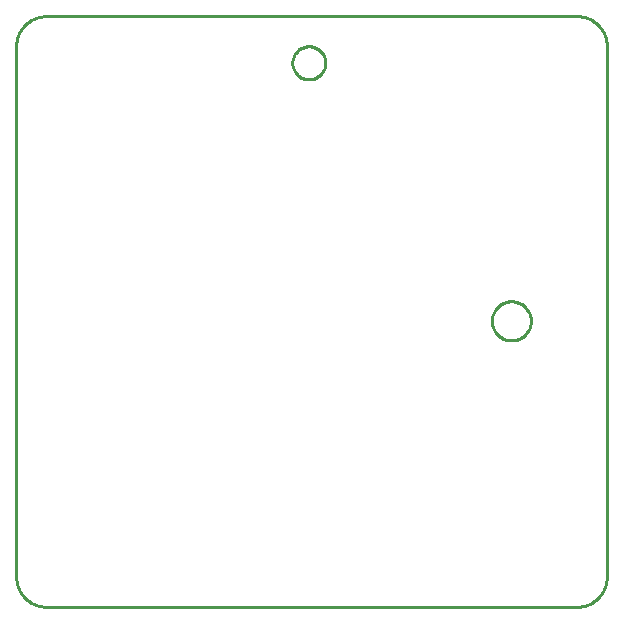
<source format=gbr>
G04 EAGLE Gerber RS-274X export*
G75*
%MOMM*%
%FSLAX34Y34*%
%LPD*%
%IN*%
%IPPOS*%
%AMOC8*
5,1,8,0,0,1.08239X$1,22.5*%
G01*
%ADD10C,0.254000*%


D10*
X0Y25400D02*
X97Y23186D01*
X386Y20989D01*
X865Y18826D01*
X1532Y16713D01*
X2380Y14666D01*
X3403Y12700D01*
X4594Y10831D01*
X5942Y9073D01*
X7440Y7440D01*
X9073Y5942D01*
X10831Y4594D01*
X12700Y3403D01*
X14666Y2380D01*
X16713Y1532D01*
X18826Y865D01*
X20989Y386D01*
X23186Y97D01*
X25400Y0D01*
X474600Y0D01*
X476814Y97D01*
X479011Y386D01*
X481174Y865D01*
X483287Y1532D01*
X485335Y2380D01*
X487300Y3403D01*
X489169Y4594D01*
X490927Y5942D01*
X492561Y7440D01*
X494058Y9073D01*
X495406Y10831D01*
X496597Y12700D01*
X497620Y14666D01*
X498468Y16713D01*
X499135Y18826D01*
X499614Y20989D01*
X499903Y23186D01*
X500000Y25400D01*
X500000Y474600D01*
X499903Y476814D01*
X499614Y479011D01*
X499135Y481174D01*
X498468Y483287D01*
X497620Y485335D01*
X496597Y487300D01*
X495406Y489169D01*
X494058Y490927D01*
X492561Y492561D01*
X490927Y494058D01*
X489169Y495406D01*
X487300Y496597D01*
X485335Y497620D01*
X483287Y498468D01*
X481174Y499135D01*
X479011Y499614D01*
X476814Y499903D01*
X474600Y500000D01*
X25400Y500000D01*
X23186Y499903D01*
X20989Y499614D01*
X18826Y499135D01*
X16713Y498468D01*
X14666Y497620D01*
X12700Y496597D01*
X10831Y495406D01*
X9073Y494058D01*
X7440Y492561D01*
X5942Y490927D01*
X4594Y489169D01*
X3403Y487300D01*
X2380Y485335D01*
X1532Y483287D01*
X865Y481174D01*
X386Y479011D01*
X97Y476814D01*
X0Y474600D01*
X0Y25400D01*
X435610Y241395D02*
X435539Y240316D01*
X435398Y239244D01*
X435187Y238184D01*
X434908Y237140D01*
X434560Y236116D01*
X434146Y235118D01*
X433668Y234148D01*
X433128Y233212D01*
X432527Y232313D01*
X431869Y231456D01*
X431157Y230643D01*
X430392Y229879D01*
X429579Y229166D01*
X428722Y228508D01*
X427823Y227907D01*
X426887Y227367D01*
X425917Y226889D01*
X424919Y226475D01*
X423895Y226127D01*
X422851Y225848D01*
X421791Y225637D01*
X420719Y225496D01*
X419640Y225425D01*
X418560Y225425D01*
X417481Y225496D01*
X416409Y225637D01*
X415349Y225848D01*
X414305Y226127D01*
X413281Y226475D01*
X412283Y226889D01*
X411313Y227367D01*
X410377Y227907D01*
X409478Y228508D01*
X408621Y229166D01*
X407808Y229879D01*
X407044Y230643D01*
X406331Y231456D01*
X405673Y232313D01*
X405072Y233212D01*
X404532Y234148D01*
X404054Y235118D01*
X403640Y236116D01*
X403292Y237140D01*
X403013Y238184D01*
X402802Y239244D01*
X402661Y240316D01*
X402590Y241395D01*
X402590Y242475D01*
X402661Y243554D01*
X402802Y244626D01*
X403013Y245686D01*
X403292Y246730D01*
X403640Y247754D01*
X404054Y248752D01*
X404532Y249722D01*
X405072Y250658D01*
X405673Y251557D01*
X406331Y252414D01*
X407044Y253227D01*
X407808Y253992D01*
X408621Y254704D01*
X409478Y255362D01*
X410377Y255963D01*
X411313Y256503D01*
X412283Y256981D01*
X413281Y257395D01*
X414305Y257743D01*
X415349Y258022D01*
X416409Y258233D01*
X417481Y258374D01*
X418560Y258445D01*
X419640Y258445D01*
X420719Y258374D01*
X421791Y258233D01*
X422851Y258022D01*
X423895Y257743D01*
X424919Y257395D01*
X425917Y256981D01*
X426887Y256503D01*
X427823Y255963D01*
X428722Y255362D01*
X429579Y254704D01*
X430392Y253992D01*
X431157Y253227D01*
X431869Y252414D01*
X432527Y251557D01*
X433128Y250658D01*
X433668Y249722D01*
X434146Y248752D01*
X434560Y247754D01*
X434908Y246730D01*
X435187Y245686D01*
X435398Y244626D01*
X435539Y243554D01*
X435610Y242475D01*
X435610Y241395D01*
X261650Y459875D02*
X261579Y458878D01*
X261436Y457888D01*
X261224Y456911D01*
X260942Y455951D01*
X260593Y455014D01*
X260177Y454104D01*
X259698Y453227D01*
X259157Y452385D01*
X258558Y451585D01*
X257903Y450829D01*
X257196Y450122D01*
X256440Y449467D01*
X255640Y448868D01*
X254798Y448327D01*
X253921Y447848D01*
X253011Y447432D01*
X252074Y447083D01*
X251115Y446801D01*
X250137Y446589D01*
X249148Y446446D01*
X248150Y446375D01*
X247150Y446375D01*
X246153Y446446D01*
X245163Y446589D01*
X244186Y446801D01*
X243226Y447083D01*
X242289Y447432D01*
X241379Y447848D01*
X240502Y448327D01*
X239660Y448868D01*
X238860Y449467D01*
X238104Y450122D01*
X237397Y450829D01*
X236742Y451585D01*
X236143Y452385D01*
X235602Y453227D01*
X235123Y454104D01*
X234707Y455014D01*
X234358Y455951D01*
X234076Y456911D01*
X233864Y457888D01*
X233721Y458878D01*
X233650Y459875D01*
X233650Y460875D01*
X233721Y461873D01*
X233864Y462862D01*
X234076Y463840D01*
X234358Y464799D01*
X234707Y465736D01*
X235123Y466646D01*
X235602Y467523D01*
X236143Y468365D01*
X236742Y469165D01*
X237397Y469921D01*
X238104Y470628D01*
X238860Y471283D01*
X239660Y471882D01*
X240502Y472423D01*
X241379Y472902D01*
X242289Y473318D01*
X243226Y473667D01*
X244186Y473949D01*
X245163Y474161D01*
X246153Y474304D01*
X247150Y474375D01*
X248150Y474375D01*
X249148Y474304D01*
X250137Y474161D01*
X251115Y473949D01*
X252074Y473667D01*
X253011Y473318D01*
X253921Y472902D01*
X254798Y472423D01*
X255640Y471882D01*
X256440Y471283D01*
X257196Y470628D01*
X257903Y469921D01*
X258558Y469165D01*
X259157Y468365D01*
X259698Y467523D01*
X260177Y466646D01*
X260593Y465736D01*
X260942Y464799D01*
X261224Y463840D01*
X261436Y462862D01*
X261579Y461873D01*
X261650Y460875D01*
X261650Y459875D01*
M02*

</source>
